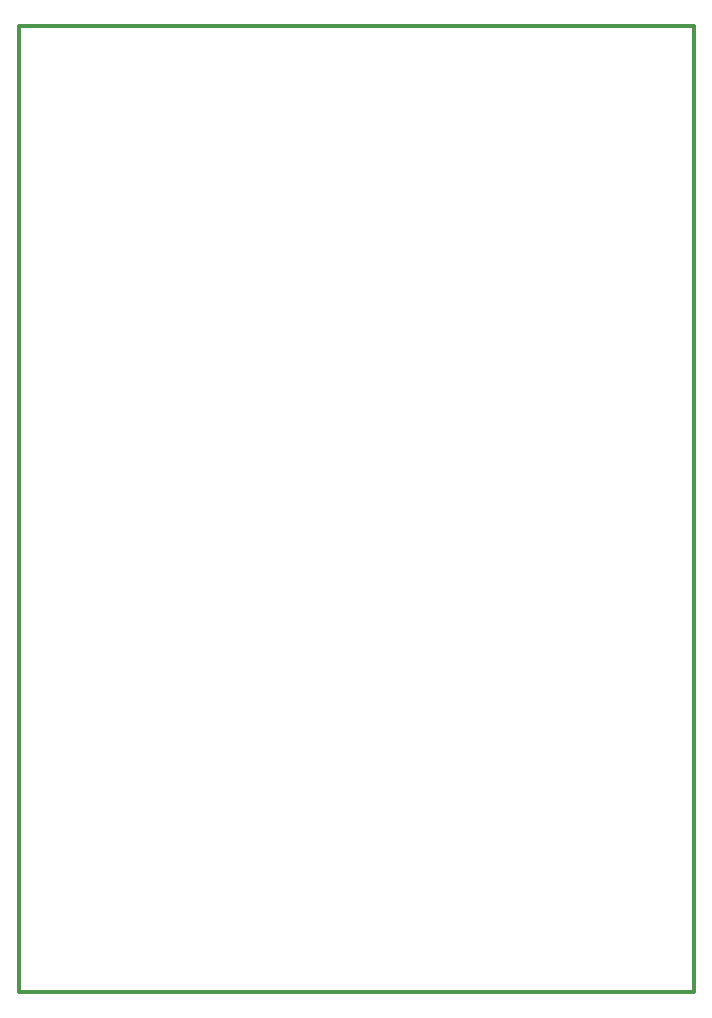
<source format=gm1>
G04*
G04 #@! TF.GenerationSoftware,Altium Limited,Altium Designer,20.1.12 (249)*
G04*
G04 Layer_Color=16711935*
%FSTAX24Y24*%
%MOIN*%
G70*
G04*
G04 #@! TF.SameCoordinates,A4519483-63F0-4905-8E8D-142606AE7E66*
G04*
G04*
G04 #@! TF.FilePolarity,Positive*
G04*
G01*
G75*
%ADD86C,0.0120*%
D86*
X0232Y01715D02*
Y04935D01*
X0457D01*
Y01715D02*
Y04935D01*
X0232Y01715D02*
X0457D01*
M02*

</source>
